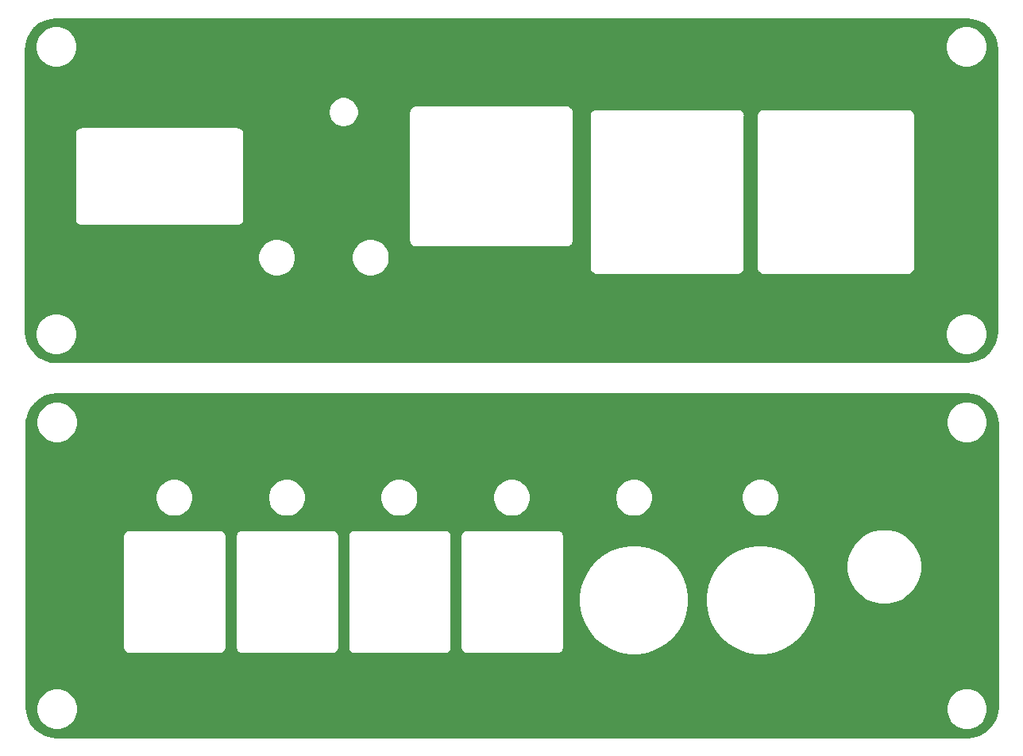
<source format=gtl>
%MOIN*%
%OFA0B0*%
%FSLAX46Y46*%
%IPPOS*%
%LPD*%
%ADD10C,0.01*%
%ADD21C,0.01*%
%LPD*%
G01*
D10*
G36*
X0004003331Y0001464294D02*
G01*
X0004027322Y0001457050D01*
X0004049448Y0001445285D01*
X0004068869Y0001429447D01*
X0004084842Y0001410137D01*
X0004096762Y0001388093D01*
X0004104172Y0001364154D01*
X0004106934Y0001337881D01*
X0004106934Y0000158647D01*
X0004104350Y0000132292D01*
X0004097106Y0000108301D01*
X0004085341Y0000086174D01*
X0004069503Y0000066754D01*
X0004050193Y0000050780D01*
X0004028149Y0000038861D01*
X0004004210Y0000031450D01*
X0003977936Y0000028689D01*
X0000160908Y0000028689D01*
X0000134552Y0000031273D01*
X0000110562Y0000038516D01*
X0000088435Y0000050281D01*
X0000069015Y0000066120D01*
X0000053041Y0000085429D01*
X0000041121Y0000107474D01*
X0000033711Y0000131413D01*
X0000031328Y0000154088D01*
X0000071501Y0000154088D01*
X0000071501Y0000136755D01*
X0000074882Y0000119755D01*
X0000081515Y0000103741D01*
X0000091145Y0000089329D01*
X0000103401Y0000077073D01*
X0000117813Y0000067444D01*
X0000133826Y0000060811D01*
X0000150826Y0000057429D01*
X0000168159Y0000057429D01*
X0000185159Y0000060811D01*
X0000201173Y0000067444D01*
X0000215584Y0000077073D01*
X0000227841Y0000089329D01*
X0000237470Y0000103741D01*
X0000244103Y0000119755D01*
X0000247485Y0000136755D01*
X0000247485Y0000154088D01*
X0003890398Y0000154088D01*
X0003890398Y0000136755D01*
X0003893780Y0000119755D01*
X0003900413Y0000103741D01*
X0003910042Y0000089329D01*
X0003922299Y0000077073D01*
X0003936710Y0000067444D01*
X0003952724Y0000060811D01*
X0003969724Y0000057429D01*
X0003987057Y0000057429D01*
X0004004057Y0000060811D01*
X0004020070Y0000067444D01*
X0004034482Y0000077073D01*
X0004046738Y0000089329D01*
X0004056368Y0000103741D01*
X0004063001Y0000119755D01*
X0004066382Y0000136755D01*
X0004066382Y0000154088D01*
X0004063001Y0000171087D01*
X0004056368Y0000187101D01*
X0004046738Y0000201513D01*
X0004034482Y0000213769D01*
X0004020070Y0000223399D01*
X0004004057Y0000230032D01*
X0003987057Y0000233413D01*
X0003969724Y0000233413D01*
X0003952724Y0000230032D01*
X0003936710Y0000223399D01*
X0003922299Y0000213769D01*
X0003910042Y0000201513D01*
X0003900413Y0000187101D01*
X0003893780Y0000171087D01*
X0003890398Y0000154088D01*
X0000247485Y0000154088D01*
X0000244103Y0000171087D01*
X0000237470Y0000187101D01*
X0000227841Y0000201513D01*
X0000215584Y0000213769D01*
X0000201173Y0000223399D01*
X0000185159Y0000230032D01*
X0000168159Y0000233413D01*
X0000150826Y0000233413D01*
X0000133826Y0000230032D01*
X0000117813Y0000223399D01*
X0000103401Y0000213769D01*
X0000091145Y0000201513D01*
X0000081515Y0000187101D01*
X0000074882Y0000171087D01*
X0000071501Y0000154088D01*
X0000031328Y0000154088D01*
X0000030950Y0000157686D01*
X0000030949Y0000870078D01*
X0000435489Y0000870078D01*
X0000435629Y0000868656D01*
X0000435629Y0000406933D01*
X0000435489Y0000405511D01*
X0000436048Y0000399839D01*
X0000437703Y0000394384D01*
X0000440390Y0000389357D01*
X0000444006Y0000384951D01*
X0000448412Y0000381335D01*
X0000453439Y0000378648D01*
X0000458894Y0000376993D01*
X0000464566Y0000376434D01*
X0000465988Y0000376574D01*
X0000841098Y0000376574D01*
X0000842519Y0000376434D01*
X0000843941Y0000376574D01*
X0000848192Y0000376993D01*
X0000853646Y0000378648D01*
X0000858674Y0000381335D01*
X0000863080Y0000384951D01*
X0000866696Y0000389357D01*
X0000869383Y0000394384D01*
X0000871037Y0000399839D01*
X0000871596Y0000405511D01*
X0000871456Y0000406933D01*
X0000871456Y0000868657D01*
X0000871596Y0000870078D01*
X0000907930Y0000870078D01*
X0000908070Y0000868656D01*
X0000908070Y0000406933D01*
X0000907930Y0000405511D01*
X0000908489Y0000399839D01*
X0000910144Y0000394384D01*
X0000912831Y0000389357D01*
X0000916447Y0000384951D01*
X0000920853Y0000381335D01*
X0000925880Y0000378648D01*
X0000931335Y0000376993D01*
X0000937007Y0000376434D01*
X0000938429Y0000376574D01*
X0001313539Y0000376574D01*
X0001314960Y0000376434D01*
X0001316382Y0000376574D01*
X0001320633Y0000376993D01*
X0001326087Y0000378648D01*
X0001331114Y0000381335D01*
X0001335521Y0000384951D01*
X0001339137Y0000389357D01*
X0001341824Y0000394384D01*
X0001343478Y0000399839D01*
X0001344037Y0000405511D01*
X0001343897Y0000406933D01*
X0001343897Y0000868657D01*
X0001344037Y0000870078D01*
X0001380371Y0000870078D01*
X0001380511Y0000868656D01*
X0001380511Y0000406933D01*
X0001380371Y0000405511D01*
X0001380930Y0000399839D01*
X0001382585Y0000394384D01*
X0001385272Y0000389357D01*
X0001388888Y0000384951D01*
X0001393294Y0000381335D01*
X0001398321Y0000378648D01*
X0001403776Y0000376993D01*
X0001409448Y0000376434D01*
X0001410870Y0000376574D01*
X0001785980Y0000376574D01*
X0001787401Y0000376434D01*
X0001788823Y0000376574D01*
X0001793074Y0000376993D01*
X0001798528Y0000378648D01*
X0001803555Y0000381335D01*
X0001807962Y0000384951D01*
X0001811578Y0000389357D01*
X0001814265Y0000394384D01*
X0001815919Y0000399839D01*
X0001816478Y0000405511D01*
X0001816338Y0000406933D01*
X0001816338Y0000868657D01*
X0001816478Y0000870078D01*
X0001852812Y0000870078D01*
X0001852952Y0000868656D01*
X0001852952Y0000406933D01*
X0001852812Y0000405511D01*
X0001853371Y0000399839D01*
X0001855026Y0000394384D01*
X0001857713Y0000389357D01*
X0001861329Y0000384951D01*
X0001865735Y0000381335D01*
X0001870762Y0000378648D01*
X0001876217Y0000376993D01*
X0001881889Y0000376434D01*
X0001883311Y0000376574D01*
X0002258421Y0000376574D01*
X0002259842Y0000376434D01*
X0002261263Y0000376574D01*
X0002265515Y0000376993D01*
X0002270969Y0000378648D01*
X0002275996Y0000381335D01*
X0002280403Y0000384951D01*
X0002284019Y0000389357D01*
X0002286706Y0000394384D01*
X0002288360Y0000399839D01*
X0002288919Y0000405511D01*
X0002288779Y0000406933D01*
X0002288779Y0000624345D01*
X0002349157Y0000624345D01*
X0002349157Y0000583821D01*
X0002356194Y0000543912D01*
X0002370054Y0000505832D01*
X0002390316Y0000470737D01*
X0002416364Y0000439694D01*
X0002447407Y0000413646D01*
X0002482502Y0000393384D01*
X0002520582Y0000379524D01*
X0002560491Y0000372487D01*
X0002601015Y0000372487D01*
X0002640923Y0000379524D01*
X0002679003Y0000393384D01*
X0002714098Y0000413646D01*
X0002745141Y0000439694D01*
X0002771189Y0000470737D01*
X0002791451Y0000505832D01*
X0002805311Y0000543912D01*
X0002812348Y0000583821D01*
X0002812348Y0000624345D01*
X0002880653Y0000624345D01*
X0002880653Y0000583821D01*
X0002887690Y0000543912D01*
X0002901550Y0000505832D01*
X0002921812Y0000470737D01*
X0002947860Y0000439694D01*
X0002978903Y0000413646D01*
X0003013998Y0000393384D01*
X0003052078Y0000379524D01*
X0003091987Y0000372487D01*
X0003132511Y0000372487D01*
X0003172419Y0000379524D01*
X0003210499Y0000393384D01*
X0003245594Y0000413646D01*
X0003276637Y0000439694D01*
X0003302685Y0000470737D01*
X0003322947Y0000505832D01*
X0003336807Y0000543912D01*
X0003343844Y0000583821D01*
X0003343844Y0000624345D01*
X0003336807Y0000664253D01*
X0003322947Y0000702333D01*
X0003302685Y0000737428D01*
X0003284213Y0000759442D01*
X0003473087Y0000759442D01*
X0003473087Y0000728146D01*
X0003479193Y0000697451D01*
X0003491169Y0000668537D01*
X0003508557Y0000642516D01*
X0003530686Y0000620386D01*
X0003556708Y0000602999D01*
X0003585622Y0000591022D01*
X0003616316Y0000584917D01*
X0003647612Y0000584917D01*
X0003678307Y0000591022D01*
X0003707221Y0000602999D01*
X0003733242Y0000620386D01*
X0003755372Y0000642516D01*
X0003772759Y0000668537D01*
X0003784736Y0000697451D01*
X0003790841Y0000728146D01*
X0003790841Y0000759442D01*
X0003784736Y0000790136D01*
X0003772759Y0000819050D01*
X0003755372Y0000845072D01*
X0003733242Y0000867202D01*
X0003707221Y0000884589D01*
X0003678307Y0000896565D01*
X0003647612Y0000902671D01*
X0003616316Y0000902671D01*
X0003585622Y0000896565D01*
X0003556708Y0000884589D01*
X0003530686Y0000867202D01*
X0003508557Y0000845072D01*
X0003491169Y0000819050D01*
X0003479193Y0000790136D01*
X0003473087Y0000759442D01*
X0003284213Y0000759442D01*
X0003276637Y0000768471D01*
X0003245594Y0000794519D01*
X0003210499Y0000814781D01*
X0003172419Y0000828641D01*
X0003132511Y0000835678D01*
X0003091987Y0000835678D01*
X0003052078Y0000828641D01*
X0003013998Y0000814781D01*
X0002978903Y0000794519D01*
X0002947860Y0000768471D01*
X0002921812Y0000737428D01*
X0002901550Y0000702333D01*
X0002887690Y0000664253D01*
X0002880653Y0000624345D01*
X0002812348Y0000624345D01*
X0002805311Y0000664253D01*
X0002791451Y0000702333D01*
X0002771189Y0000737428D01*
X0002745141Y0000768471D01*
X0002714098Y0000794519D01*
X0002679003Y0000814781D01*
X0002640923Y0000828641D01*
X0002601015Y0000835678D01*
X0002560491Y0000835678D01*
X0002520582Y0000828641D01*
X0002482502Y0000814781D01*
X0002447407Y0000794519D01*
X0002416364Y0000768471D01*
X0002390316Y0000737428D01*
X0002370054Y0000702333D01*
X0002356194Y0000664253D01*
X0002349157Y0000624345D01*
X0002288779Y0000624345D01*
X0002288779Y0000868657D01*
X0002288919Y0000870078D01*
X0002288360Y0000875751D01*
X0002286706Y0000881206D01*
X0002284019Y0000886233D01*
X0002280403Y0000890639D01*
X0002275996Y0000894255D01*
X0002270969Y0000896942D01*
X0002265515Y0000898597D01*
X0002261263Y0000899015D01*
X0002259842Y0000899155D01*
X0002258421Y0000899015D01*
X0001883311Y0000899015D01*
X0001881889Y0000899155D01*
X0001880468Y0000899015D01*
X0001876217Y0000898597D01*
X0001870762Y0000896942D01*
X0001865735Y0000894255D01*
X0001861329Y0000890639D01*
X0001857713Y0000886233D01*
X0001855026Y0000881206D01*
X0001853371Y0000875751D01*
X0001852812Y0000870078D01*
X0001816478Y0000870078D01*
X0001815919Y0000875751D01*
X0001814265Y0000881206D01*
X0001811578Y0000886233D01*
X0001807962Y0000890639D01*
X0001803555Y0000894255D01*
X0001798528Y0000896942D01*
X0001793074Y0000898597D01*
X0001788823Y0000899015D01*
X0001787401Y0000899155D01*
X0001785980Y0000899015D01*
X0001410870Y0000899015D01*
X0001409448Y0000899155D01*
X0001408027Y0000899015D01*
X0001403776Y0000898597D01*
X0001398321Y0000896942D01*
X0001393294Y0000894255D01*
X0001388888Y0000890639D01*
X0001385272Y0000886233D01*
X0001382585Y0000881206D01*
X0001380930Y0000875751D01*
X0001380371Y0000870078D01*
X0001344037Y0000870078D01*
X0001343478Y0000875751D01*
X0001341824Y0000881206D01*
X0001339137Y0000886233D01*
X0001335521Y0000890639D01*
X0001331114Y0000894255D01*
X0001326087Y0000896942D01*
X0001320633Y0000898597D01*
X0001316382Y0000899015D01*
X0001314960Y0000899155D01*
X0001313539Y0000899015D01*
X0000938429Y0000899015D01*
X0000937007Y0000899155D01*
X0000935586Y0000899015D01*
X0000931335Y0000898597D01*
X0000925880Y0000896942D01*
X0000920853Y0000894255D01*
X0000916447Y0000890639D01*
X0000912831Y0000886233D01*
X0000910144Y0000881206D01*
X0000908489Y0000875751D01*
X0000907930Y0000870078D01*
X0000871596Y0000870078D01*
X0000871037Y0000875751D01*
X0000869383Y0000881206D01*
X0000866696Y0000886233D01*
X0000863080Y0000890639D01*
X0000858674Y0000894255D01*
X0000853646Y0000896942D01*
X0000848192Y0000898597D01*
X0000843941Y0000899015D01*
X0000842519Y0000899155D01*
X0000841098Y0000899015D01*
X0000465988Y0000899015D01*
X0000464566Y0000899155D01*
X0000463145Y0000899015D01*
X0000458894Y0000898597D01*
X0000453439Y0000896942D01*
X0000448412Y0000894255D01*
X0000444006Y0000890639D01*
X0000440390Y0000886233D01*
X0000437703Y0000881206D01*
X0000436048Y0000875751D01*
X0000435489Y0000870078D01*
X0000030949Y0000870078D01*
X0000030949Y0001041107D01*
X0000571501Y0001041107D01*
X0000571501Y0001025325D01*
X0000574580Y0001009847D01*
X0000580619Y0000995266D01*
X0000589387Y0000982144D01*
X0000600546Y0000970985D01*
X0000613669Y0000962217D01*
X0000628249Y0000956177D01*
X0000643728Y0000953098D01*
X0000659510Y0000953098D01*
X0000674988Y0000956177D01*
X0000689569Y0000962217D01*
X0000702691Y0000970985D01*
X0000713851Y0000982144D01*
X0000722618Y0000995266D01*
X0000728658Y0001009847D01*
X0000731737Y0001025325D01*
X0000731737Y0001041107D01*
X0001043942Y0001041107D01*
X0001043942Y0001025325D01*
X0001047020Y0001009847D01*
X0001053060Y0000995266D01*
X0001061828Y0000982144D01*
X0001072987Y0000970985D01*
X0001086110Y0000962217D01*
X0001100690Y0000956177D01*
X0001116169Y0000953098D01*
X0001131951Y0000953098D01*
X0001147429Y0000956177D01*
X0001162010Y0000962217D01*
X0001175132Y0000970985D01*
X0001186291Y0000982144D01*
X0001195059Y0000995266D01*
X0001201099Y0001009847D01*
X0001204178Y0001025325D01*
X0001204178Y0001041107D01*
X0001516383Y0001041107D01*
X0001516383Y0001025325D01*
X0001519461Y0001009847D01*
X0001525501Y0000995266D01*
X0001534269Y0000982144D01*
X0001545428Y0000970985D01*
X0001558550Y0000962217D01*
X0001573131Y0000956177D01*
X0001588610Y0000953098D01*
X0001604392Y0000953098D01*
X0001619870Y0000956177D01*
X0001634451Y0000962217D01*
X0001647573Y0000970985D01*
X0001658732Y0000982144D01*
X0001667500Y0000995266D01*
X0001673540Y0001009847D01*
X0001676619Y0001025325D01*
X0001676619Y0001041107D01*
X0001988823Y0001041107D01*
X0001988823Y0001025325D01*
X0001991902Y0001009847D01*
X0001997942Y0000995266D01*
X0002006710Y0000982144D01*
X0002017869Y0000970985D01*
X0002030991Y0000962217D01*
X0002045572Y0000956177D01*
X0002061051Y0000953098D01*
X0002076833Y0000953098D01*
X0002092311Y0000956177D01*
X0002106892Y0000962217D01*
X0002120014Y0000970985D01*
X0002131173Y0000982144D01*
X0002139941Y0000995266D01*
X0002145981Y0001009847D01*
X0002149060Y0001025325D01*
X0002149060Y0001041107D01*
X0002500634Y0001041107D01*
X0002500634Y0001025325D01*
X0002503713Y0001009847D01*
X0002509753Y0000995266D01*
X0002518521Y0000982144D01*
X0002529680Y0000970985D01*
X0002542802Y0000962217D01*
X0002557383Y0000956177D01*
X0002572862Y0000953098D01*
X0002588644Y0000953098D01*
X0002604122Y0000956177D01*
X0002618703Y0000962217D01*
X0002631825Y0000970985D01*
X0002642984Y0000982144D01*
X0002651752Y0000995266D01*
X0002657792Y0001009847D01*
X0002660871Y0001025325D01*
X0002660871Y0001041107D01*
X0003032131Y0001041107D01*
X0003032131Y0001025325D01*
X0003035209Y0001009847D01*
X0003041249Y0000995266D01*
X0003050017Y0000982144D01*
X0003061176Y0000970985D01*
X0003074298Y0000962217D01*
X0003088879Y0000956177D01*
X0003104358Y0000953098D01*
X0003120140Y0000953098D01*
X0003135618Y0000956177D01*
X0003150199Y0000962217D01*
X0003163321Y0000970985D01*
X0003174480Y0000982144D01*
X0003183248Y0000995266D01*
X0003189288Y0001009847D01*
X0003192367Y0001025325D01*
X0003192367Y0001041107D01*
X0003189288Y0001056586D01*
X0003183248Y0001071167D01*
X0003174480Y0001084289D01*
X0003163321Y0001095448D01*
X0003150199Y0001104216D01*
X0003135618Y0001110256D01*
X0003120140Y0001113335D01*
X0003104358Y0001113335D01*
X0003088879Y0001110256D01*
X0003074298Y0001104216D01*
X0003061176Y0001095448D01*
X0003050017Y0001084289D01*
X0003041249Y0001071167D01*
X0003035209Y0001056586D01*
X0003032131Y0001041107D01*
X0002660871Y0001041107D01*
X0002657792Y0001056586D01*
X0002651752Y0001071167D01*
X0002642984Y0001084289D01*
X0002631825Y0001095448D01*
X0002618703Y0001104216D01*
X0002604122Y0001110256D01*
X0002588644Y0001113335D01*
X0002572862Y0001113335D01*
X0002557383Y0001110256D01*
X0002542802Y0001104216D01*
X0002529680Y0001095448D01*
X0002518521Y0001084289D01*
X0002509753Y0001071167D01*
X0002503713Y0001056586D01*
X0002500634Y0001041107D01*
X0002149060Y0001041107D01*
X0002145981Y0001056586D01*
X0002139941Y0001071167D01*
X0002131173Y0001084289D01*
X0002120014Y0001095448D01*
X0002106892Y0001104216D01*
X0002092311Y0001110256D01*
X0002076833Y0001113335D01*
X0002061051Y0001113335D01*
X0002045572Y0001110256D01*
X0002030991Y0001104216D01*
X0002017869Y0001095448D01*
X0002006710Y0001084289D01*
X0001997942Y0001071167D01*
X0001991902Y0001056586D01*
X0001988823Y0001041107D01*
X0001676619Y0001041107D01*
X0001673540Y0001056586D01*
X0001667500Y0001071167D01*
X0001658732Y0001084289D01*
X0001647573Y0001095448D01*
X0001634451Y0001104216D01*
X0001619870Y0001110256D01*
X0001604392Y0001113335D01*
X0001588610Y0001113335D01*
X0001573131Y0001110256D01*
X0001558550Y0001104216D01*
X0001545428Y0001095448D01*
X0001534269Y0001084289D01*
X0001525501Y0001071167D01*
X0001519461Y0001056586D01*
X0001516383Y0001041107D01*
X0001204178Y0001041107D01*
X0001201099Y0001056586D01*
X0001195059Y0001071167D01*
X0001186291Y0001084289D01*
X0001175132Y0001095448D01*
X0001162010Y0001104216D01*
X0001147429Y0001110256D01*
X0001131951Y0001113335D01*
X0001116169Y0001113335D01*
X0001100690Y0001110256D01*
X0001086110Y0001104216D01*
X0001072987Y0001095448D01*
X0001061828Y0001084289D01*
X0001053060Y0001071167D01*
X0001047020Y0001056586D01*
X0001043942Y0001041107D01*
X0000731737Y0001041107D01*
X0000728658Y0001056586D01*
X0000722618Y0001071167D01*
X0000713851Y0001084289D01*
X0000702691Y0001095448D01*
X0000689569Y0001104216D01*
X0000674988Y0001110256D01*
X0000659510Y0001113335D01*
X0000643728Y0001113335D01*
X0000628249Y0001110256D01*
X0000613669Y0001104216D01*
X0000600546Y0001095448D01*
X0000589387Y0001084289D01*
X0000580619Y0001071167D01*
X0000574580Y0001056586D01*
X0000571501Y0001041107D01*
X0000030949Y0001041107D01*
X0000030949Y0001336919D01*
X0000033096Y0001358812D01*
X0000071501Y0001358812D01*
X0000071501Y0001341479D01*
X0000074882Y0001324479D01*
X0000081515Y0001308466D01*
X0000091145Y0001294054D01*
X0000103401Y0001281798D01*
X0000117813Y0001272168D01*
X0000133826Y0001265535D01*
X0000150826Y0001262153D01*
X0000168159Y0001262153D01*
X0000185159Y0001265535D01*
X0000201173Y0001272168D01*
X0000215584Y0001281798D01*
X0000227841Y0001294054D01*
X0000237470Y0001308466D01*
X0000244103Y0001324479D01*
X0000247485Y0001341479D01*
X0000247485Y0001358812D01*
X0003890398Y0001358812D01*
X0003890398Y0001341479D01*
X0003893780Y0001324479D01*
X0003900413Y0001308466D01*
X0003910042Y0001294054D01*
X0003922299Y0001281798D01*
X0003936710Y0001272168D01*
X0003952724Y0001265535D01*
X0003969724Y0001262153D01*
X0003987057Y0001262153D01*
X0004004057Y0001265535D01*
X0004020070Y0001272168D01*
X0004034482Y0001281798D01*
X0004046738Y0001294054D01*
X0004056368Y0001308466D01*
X0004063001Y0001324479D01*
X0004066382Y0001341479D01*
X0004066382Y0001358812D01*
X0004063001Y0001375812D01*
X0004056368Y0001391825D01*
X0004046738Y0001406237D01*
X0004034482Y0001418493D01*
X0004020070Y0001428123D01*
X0004004057Y0001434756D01*
X0003987057Y0001438138D01*
X0003969724Y0001438138D01*
X0003952724Y0001434756D01*
X0003936710Y0001428123D01*
X0003922299Y0001418493D01*
X0003910042Y0001406237D01*
X0003900413Y0001391825D01*
X0003893780Y0001375812D01*
X0003890398Y0001358812D01*
X0000247485Y0001358812D01*
X0000244103Y0001375812D01*
X0000237470Y0001391825D01*
X0000227841Y0001406237D01*
X0000215584Y0001418493D01*
X0000201173Y0001428123D01*
X0000185159Y0001434756D01*
X0000168159Y0001438138D01*
X0000150826Y0001438138D01*
X0000133826Y0001434756D01*
X0000117813Y0001428123D01*
X0000103401Y0001418493D01*
X0000091145Y0001406237D01*
X0000081515Y0001391825D01*
X0000074882Y0001375812D01*
X0000071501Y0001358812D01*
X0000033096Y0001358812D01*
X0000033534Y0001363275D01*
X0000040777Y0001387266D01*
X0000052542Y0001409393D01*
X0000068381Y0001428813D01*
X0000087690Y0001444787D01*
X0000109734Y0001456706D01*
X0000133673Y0001464116D01*
X0000159946Y0001466878D01*
X0003976975Y0001466878D01*
X0004003331Y0001464294D01*
G37*
X0004003331Y0001464294D02*
X0004027322Y0001457050D01*
X0004049448Y0001445285D01*
X0004068869Y0001429447D01*
X0004084842Y0001410137D01*
X0004096762Y0001388093D01*
X0004104172Y0001364154D01*
X0004106934Y0001337881D01*
X0004106934Y0000158647D01*
X0004104350Y0000132292D01*
X0004097106Y0000108301D01*
X0004085341Y0000086174D01*
X0004069503Y0000066754D01*
X0004050193Y0000050780D01*
X0004028149Y0000038861D01*
X0004004210Y0000031450D01*
X0003977936Y0000028689D01*
X0000160908Y0000028689D01*
X0000134552Y0000031273D01*
X0000110562Y0000038516D01*
X0000088435Y0000050281D01*
X0000069015Y0000066120D01*
X0000053041Y0000085429D01*
X0000041121Y0000107474D01*
X0000033711Y0000131413D01*
X0000031328Y0000154088D01*
X0000071501Y0000154088D01*
X0000071501Y0000136755D01*
X0000074882Y0000119755D01*
X0000081515Y0000103741D01*
X0000091145Y0000089329D01*
X0000103401Y0000077073D01*
X0000117813Y0000067444D01*
X0000133826Y0000060811D01*
X0000150826Y0000057429D01*
X0000168159Y0000057429D01*
X0000185159Y0000060811D01*
X0000201173Y0000067444D01*
X0000215584Y0000077073D01*
X0000227841Y0000089329D01*
X0000237470Y0000103741D01*
X0000244103Y0000119755D01*
X0000247485Y0000136755D01*
X0000247485Y0000154088D01*
X0003890398Y0000154088D01*
X0003890398Y0000136755D01*
X0003893780Y0000119755D01*
X0003900413Y0000103741D01*
X0003910042Y0000089329D01*
X0003922299Y0000077073D01*
X0003936710Y0000067444D01*
X0003952724Y0000060811D01*
X0003969724Y0000057429D01*
X0003987057Y0000057429D01*
X0004004057Y0000060811D01*
X0004020070Y0000067444D01*
X0004034482Y0000077073D01*
X0004046738Y0000089329D01*
X0004056368Y0000103741D01*
X0004063001Y0000119755D01*
X0004066382Y0000136755D01*
X0004066382Y0000154088D01*
X0004063001Y0000171087D01*
X0004056368Y0000187101D01*
X0004046738Y0000201513D01*
X0004034482Y0000213769D01*
X0004020070Y0000223399D01*
X0004004057Y0000230032D01*
X0003987057Y0000233413D01*
X0003969724Y0000233413D01*
X0003952724Y0000230032D01*
X0003936710Y0000223399D01*
X0003922299Y0000213769D01*
X0003910042Y0000201513D01*
X0003900413Y0000187101D01*
X0003893780Y0000171087D01*
X0003890398Y0000154088D01*
X0000247485Y0000154088D01*
X0000244103Y0000171087D01*
X0000237470Y0000187101D01*
X0000227841Y0000201513D01*
X0000215584Y0000213769D01*
X0000201173Y0000223399D01*
X0000185159Y0000230032D01*
X0000168159Y0000233413D01*
X0000150826Y0000233413D01*
X0000133826Y0000230032D01*
X0000117813Y0000223399D01*
X0000103401Y0000213769D01*
X0000091145Y0000201513D01*
X0000081515Y0000187101D01*
X0000074882Y0000171087D01*
X0000071501Y0000154088D01*
X0000031328Y0000154088D01*
X0000030950Y0000157686D01*
X0000030949Y0000870078D01*
X0000435489Y0000870078D01*
X0000435629Y0000868656D01*
X0000435629Y0000406933D01*
X0000435489Y0000405511D01*
X0000436048Y0000399839D01*
X0000437703Y0000394384D01*
X0000440390Y0000389357D01*
X0000444006Y0000384951D01*
X0000448412Y0000381335D01*
X0000453439Y0000378648D01*
X0000458894Y0000376993D01*
X0000464566Y0000376434D01*
X0000465988Y0000376574D01*
X0000841098Y0000376574D01*
X0000842519Y0000376434D01*
X0000843941Y0000376574D01*
X0000848192Y0000376993D01*
X0000853646Y0000378648D01*
X0000858674Y0000381335D01*
X0000863080Y0000384951D01*
X0000866696Y0000389357D01*
X0000869383Y0000394384D01*
X0000871037Y0000399839D01*
X0000871596Y0000405511D01*
X0000871456Y0000406933D01*
X0000871456Y0000868657D01*
X0000871596Y0000870078D01*
X0000907930Y0000870078D01*
X0000908070Y0000868656D01*
X0000908070Y0000406933D01*
X0000907930Y0000405511D01*
X0000908489Y0000399839D01*
X0000910144Y0000394384D01*
X0000912831Y0000389357D01*
X0000916447Y0000384951D01*
X0000920853Y0000381335D01*
X0000925880Y0000378648D01*
X0000931335Y0000376993D01*
X0000937007Y0000376434D01*
X0000938429Y0000376574D01*
X0001313539Y0000376574D01*
X0001314960Y0000376434D01*
X0001316382Y0000376574D01*
X0001320633Y0000376993D01*
X0001326087Y0000378648D01*
X0001331114Y0000381335D01*
X0001335521Y0000384951D01*
X0001339137Y0000389357D01*
X0001341824Y0000394384D01*
X0001343478Y0000399839D01*
X0001344037Y0000405511D01*
X0001343897Y0000406933D01*
X0001343897Y0000868657D01*
X0001344037Y0000870078D01*
X0001380371Y0000870078D01*
X0001380511Y0000868656D01*
X0001380511Y0000406933D01*
X0001380371Y0000405511D01*
X0001380930Y0000399839D01*
X0001382585Y0000394384D01*
X0001385272Y0000389357D01*
X0001388888Y0000384951D01*
X0001393294Y0000381335D01*
X0001398321Y0000378648D01*
X0001403776Y0000376993D01*
X0001409448Y0000376434D01*
X0001410870Y0000376574D01*
X0001785980Y0000376574D01*
X0001787401Y0000376434D01*
X0001788823Y0000376574D01*
X0001793074Y0000376993D01*
X0001798528Y0000378648D01*
X0001803555Y0000381335D01*
X0001807962Y0000384951D01*
X0001811578Y0000389357D01*
X0001814265Y0000394384D01*
X0001815919Y0000399839D01*
X0001816478Y0000405511D01*
X0001816338Y0000406933D01*
X0001816338Y0000868657D01*
X0001816478Y0000870078D01*
X0001852812Y0000870078D01*
X0001852952Y0000868656D01*
X0001852952Y0000406933D01*
X0001852812Y0000405511D01*
X0001853371Y0000399839D01*
X0001855026Y0000394384D01*
X0001857713Y0000389357D01*
X0001861329Y0000384951D01*
X0001865735Y0000381335D01*
X0001870762Y0000378648D01*
X0001876217Y0000376993D01*
X0001881889Y0000376434D01*
X0001883311Y0000376574D01*
X0002258421Y0000376574D01*
X0002259842Y0000376434D01*
X0002261263Y0000376574D01*
X0002265515Y0000376993D01*
X0002270969Y0000378648D01*
X0002275996Y0000381335D01*
X0002280403Y0000384951D01*
X0002284019Y0000389357D01*
X0002286706Y0000394384D01*
X0002288360Y0000399839D01*
X0002288919Y0000405511D01*
X0002288779Y0000406933D01*
X0002288779Y0000624345D01*
X0002349157Y0000624345D01*
X0002349157Y0000583821D01*
X0002356194Y0000543912D01*
X0002370054Y0000505832D01*
X0002390316Y0000470737D01*
X0002416364Y0000439694D01*
X0002447407Y0000413646D01*
X0002482502Y0000393384D01*
X0002520582Y0000379524D01*
X0002560491Y0000372487D01*
X0002601015Y0000372487D01*
X0002640923Y0000379524D01*
X0002679003Y0000393384D01*
X0002714098Y0000413646D01*
X0002745141Y0000439694D01*
X0002771189Y0000470737D01*
X0002791451Y0000505832D01*
X0002805311Y0000543912D01*
X0002812348Y0000583821D01*
X0002812348Y0000624345D01*
X0002880653Y0000624345D01*
X0002880653Y0000583821D01*
X0002887690Y0000543912D01*
X0002901550Y0000505832D01*
X0002921812Y0000470737D01*
X0002947860Y0000439694D01*
X0002978903Y0000413646D01*
X0003013998Y0000393384D01*
X0003052078Y0000379524D01*
X0003091987Y0000372487D01*
X0003132511Y0000372487D01*
X0003172419Y0000379524D01*
X0003210499Y0000393384D01*
X0003245594Y0000413646D01*
X0003276637Y0000439694D01*
X0003302685Y0000470737D01*
X0003322947Y0000505832D01*
X0003336807Y0000543912D01*
X0003343844Y0000583821D01*
X0003343844Y0000624345D01*
X0003336807Y0000664253D01*
X0003322947Y0000702333D01*
X0003302685Y0000737428D01*
X0003284213Y0000759442D01*
X0003473087Y0000759442D01*
X0003473087Y0000728146D01*
X0003479193Y0000697451D01*
X0003491169Y0000668537D01*
X0003508557Y0000642516D01*
X0003530686Y0000620386D01*
X0003556708Y0000602999D01*
X0003585622Y0000591022D01*
X0003616316Y0000584917D01*
X0003647612Y0000584917D01*
X0003678307Y0000591022D01*
X0003707221Y0000602999D01*
X0003733242Y0000620386D01*
X0003755372Y0000642516D01*
X0003772759Y0000668537D01*
X0003784736Y0000697451D01*
X0003790841Y0000728146D01*
X0003790841Y0000759442D01*
X0003784736Y0000790136D01*
X0003772759Y0000819050D01*
X0003755372Y0000845072D01*
X0003733242Y0000867202D01*
X0003707221Y0000884589D01*
X0003678307Y0000896565D01*
X0003647612Y0000902671D01*
X0003616316Y0000902671D01*
X0003585622Y0000896565D01*
X0003556708Y0000884589D01*
X0003530686Y0000867202D01*
X0003508557Y0000845072D01*
X0003491169Y0000819050D01*
X0003479193Y0000790136D01*
X0003473087Y0000759442D01*
X0003284213Y0000759442D01*
X0003276637Y0000768471D01*
X0003245594Y0000794519D01*
X0003210499Y0000814781D01*
X0003172419Y0000828641D01*
X0003132511Y0000835678D01*
X0003091987Y0000835678D01*
X0003052078Y0000828641D01*
X0003013998Y0000814781D01*
X0002978903Y0000794519D01*
X0002947860Y0000768471D01*
X0002921812Y0000737428D01*
X0002901550Y0000702333D01*
X0002887690Y0000664253D01*
X0002880653Y0000624345D01*
X0002812348Y0000624345D01*
X0002805311Y0000664253D01*
X0002791451Y0000702333D01*
X0002771189Y0000737428D01*
X0002745141Y0000768471D01*
X0002714098Y0000794519D01*
X0002679003Y0000814781D01*
X0002640923Y0000828641D01*
X0002601015Y0000835678D01*
X0002560491Y0000835678D01*
X0002520582Y0000828641D01*
X0002482502Y0000814781D01*
X0002447407Y0000794519D01*
X0002416364Y0000768471D01*
X0002390316Y0000737428D01*
X0002370054Y0000702333D01*
X0002356194Y0000664253D01*
X0002349157Y0000624345D01*
X0002288779Y0000624345D01*
X0002288779Y0000868657D01*
X0002288919Y0000870078D01*
X0002288360Y0000875751D01*
X0002286706Y0000881206D01*
X0002284019Y0000886233D01*
X0002280403Y0000890639D01*
X0002275996Y0000894255D01*
X0002270969Y0000896942D01*
X0002265515Y0000898597D01*
X0002261263Y0000899015D01*
X0002259842Y0000899155D01*
X0002258421Y0000899015D01*
X0001883311Y0000899015D01*
X0001881889Y0000899155D01*
X0001880468Y0000899015D01*
X0001876217Y0000898597D01*
X0001870762Y0000896942D01*
X0001865735Y0000894255D01*
X0001861329Y0000890639D01*
X0001857713Y0000886233D01*
X0001855026Y0000881206D01*
X0001853371Y0000875751D01*
X0001852812Y0000870078D01*
X0001816478Y0000870078D01*
X0001815919Y0000875751D01*
X0001814265Y0000881206D01*
X0001811578Y0000886233D01*
X0001807962Y0000890639D01*
X0001803555Y0000894255D01*
X0001798528Y0000896942D01*
X0001793074Y0000898597D01*
X0001788823Y0000899015D01*
X0001787401Y0000899155D01*
X0001785980Y0000899015D01*
X0001410870Y0000899015D01*
X0001409448Y0000899155D01*
X0001408027Y0000899015D01*
X0001403776Y0000898597D01*
X0001398321Y0000896942D01*
X0001393294Y0000894255D01*
X0001388888Y0000890639D01*
X0001385272Y0000886233D01*
X0001382585Y0000881206D01*
X0001380930Y0000875751D01*
X0001380371Y0000870078D01*
X0001344037Y0000870078D01*
X0001343478Y0000875751D01*
X0001341824Y0000881206D01*
X0001339137Y0000886233D01*
X0001335521Y0000890639D01*
X0001331114Y0000894255D01*
X0001326087Y0000896942D01*
X0001320633Y0000898597D01*
X0001316382Y0000899015D01*
X0001314960Y0000899155D01*
X0001313539Y0000899015D01*
X0000938429Y0000899015D01*
X0000937007Y0000899155D01*
X0000935586Y0000899015D01*
X0000931335Y0000898597D01*
X0000925880Y0000896942D01*
X0000920853Y0000894255D01*
X0000916447Y0000890639D01*
X0000912831Y0000886233D01*
X0000910144Y0000881206D01*
X0000908489Y0000875751D01*
X0000907930Y0000870078D01*
X0000871596Y0000870078D01*
X0000871037Y0000875751D01*
X0000869383Y0000881206D01*
X0000866696Y0000886233D01*
X0000863080Y0000890639D01*
X0000858674Y0000894255D01*
X0000853646Y0000896942D01*
X0000848192Y0000898597D01*
X0000843941Y0000899015D01*
X0000842519Y0000899155D01*
X0000841098Y0000899015D01*
X0000465988Y0000899015D01*
X0000464566Y0000899155D01*
X0000463145Y0000899015D01*
X0000458894Y0000898597D01*
X0000453439Y0000896942D01*
X0000448412Y0000894255D01*
X0000444006Y0000890639D01*
X0000440390Y0000886233D01*
X0000437703Y0000881206D01*
X0000436048Y0000875751D01*
X0000435489Y0000870078D01*
X0000030949Y0000870078D01*
X0000030949Y0001041107D01*
X0000571501Y0001041107D01*
X0000571501Y0001025325D01*
X0000574580Y0001009847D01*
X0000580619Y0000995266D01*
X0000589387Y0000982144D01*
X0000600546Y0000970985D01*
X0000613669Y0000962217D01*
X0000628249Y0000956177D01*
X0000643728Y0000953098D01*
X0000659510Y0000953098D01*
X0000674988Y0000956177D01*
X0000689569Y0000962217D01*
X0000702691Y0000970985D01*
X0000713851Y0000982144D01*
X0000722618Y0000995266D01*
X0000728658Y0001009847D01*
X0000731737Y0001025325D01*
X0000731737Y0001041107D01*
X0001043942Y0001041107D01*
X0001043942Y0001025325D01*
X0001047020Y0001009847D01*
X0001053060Y0000995266D01*
X0001061828Y0000982144D01*
X0001072987Y0000970985D01*
X0001086110Y0000962217D01*
X0001100690Y0000956177D01*
X0001116169Y0000953098D01*
X0001131951Y0000953098D01*
X0001147429Y0000956177D01*
X0001162010Y0000962217D01*
X0001175132Y0000970985D01*
X0001186291Y0000982144D01*
X0001195059Y0000995266D01*
X0001201099Y0001009847D01*
X0001204178Y0001025325D01*
X0001204178Y0001041107D01*
X0001516383Y0001041107D01*
X0001516383Y0001025325D01*
X0001519461Y0001009847D01*
X0001525501Y0000995266D01*
X0001534269Y0000982144D01*
X0001545428Y0000970985D01*
X0001558550Y0000962217D01*
X0001573131Y0000956177D01*
X0001588610Y0000953098D01*
X0001604392Y0000953098D01*
X0001619870Y0000956177D01*
X0001634451Y0000962217D01*
X0001647573Y0000970985D01*
X0001658732Y0000982144D01*
X0001667500Y0000995266D01*
X0001673540Y0001009847D01*
X0001676619Y0001025325D01*
X0001676619Y0001041107D01*
X0001988823Y0001041107D01*
X0001988823Y0001025325D01*
X0001991902Y0001009847D01*
X0001997942Y0000995266D01*
X0002006710Y0000982144D01*
X0002017869Y0000970985D01*
X0002030991Y0000962217D01*
X0002045572Y0000956177D01*
X0002061051Y0000953098D01*
X0002076833Y0000953098D01*
X0002092311Y0000956177D01*
X0002106892Y0000962217D01*
X0002120014Y0000970985D01*
X0002131173Y0000982144D01*
X0002139941Y0000995266D01*
X0002145981Y0001009847D01*
X0002149060Y0001025325D01*
X0002149060Y0001041107D01*
X0002500634Y0001041107D01*
X0002500634Y0001025325D01*
X0002503713Y0001009847D01*
X0002509753Y0000995266D01*
X0002518521Y0000982144D01*
X0002529680Y0000970985D01*
X0002542802Y0000962217D01*
X0002557383Y0000956177D01*
X0002572862Y0000953098D01*
X0002588644Y0000953098D01*
X0002604122Y0000956177D01*
X0002618703Y0000962217D01*
X0002631825Y0000970985D01*
X0002642984Y0000982144D01*
X0002651752Y0000995266D01*
X0002657792Y0001009847D01*
X0002660871Y0001025325D01*
X0002660871Y0001041107D01*
X0003032131Y0001041107D01*
X0003032131Y0001025325D01*
X0003035209Y0001009847D01*
X0003041249Y0000995266D01*
X0003050017Y0000982144D01*
X0003061176Y0000970985D01*
X0003074298Y0000962217D01*
X0003088879Y0000956177D01*
X0003104358Y0000953098D01*
X0003120140Y0000953098D01*
X0003135618Y0000956177D01*
X0003150199Y0000962217D01*
X0003163321Y0000970985D01*
X0003174480Y0000982144D01*
X0003183248Y0000995266D01*
X0003189288Y0001009847D01*
X0003192367Y0001025325D01*
X0003192367Y0001041107D01*
X0003189288Y0001056586D01*
X0003183248Y0001071167D01*
X0003174480Y0001084289D01*
X0003163321Y0001095448D01*
X0003150199Y0001104216D01*
X0003135618Y0001110256D01*
X0003120140Y0001113335D01*
X0003104358Y0001113335D01*
X0003088879Y0001110256D01*
X0003074298Y0001104216D01*
X0003061176Y0001095448D01*
X0003050017Y0001084289D01*
X0003041249Y0001071167D01*
X0003035209Y0001056586D01*
X0003032131Y0001041107D01*
X0002660871Y0001041107D01*
X0002657792Y0001056586D01*
X0002651752Y0001071167D01*
X0002642984Y0001084289D01*
X0002631825Y0001095448D01*
X0002618703Y0001104216D01*
X0002604122Y0001110256D01*
X0002588644Y0001113335D01*
X0002572862Y0001113335D01*
X0002557383Y0001110256D01*
X0002542802Y0001104216D01*
X0002529680Y0001095448D01*
X0002518521Y0001084289D01*
X0002509753Y0001071167D01*
X0002503713Y0001056586D01*
X0002500634Y0001041107D01*
X0002149060Y0001041107D01*
X0002145981Y0001056586D01*
X0002139941Y0001071167D01*
X0002131173Y0001084289D01*
X0002120014Y0001095448D01*
X0002106892Y0001104216D01*
X0002092311Y0001110256D01*
X0002076833Y0001113335D01*
X0002061051Y0001113335D01*
X0002045572Y0001110256D01*
X0002030991Y0001104216D01*
X0002017869Y0001095448D01*
X0002006710Y0001084289D01*
X0001997942Y0001071167D01*
X0001991902Y0001056586D01*
X0001988823Y0001041107D01*
X0001676619Y0001041107D01*
X0001673540Y0001056586D01*
X0001667500Y0001071167D01*
X0001658732Y0001084289D01*
X0001647573Y0001095448D01*
X0001634451Y0001104216D01*
X0001619870Y0001110256D01*
X0001604392Y0001113335D01*
X0001588610Y0001113335D01*
X0001573131Y0001110256D01*
X0001558550Y0001104216D01*
X0001545428Y0001095448D01*
X0001534269Y0001084289D01*
X0001525501Y0001071167D01*
X0001519461Y0001056586D01*
X0001516383Y0001041107D01*
X0001204178Y0001041107D01*
X0001201099Y0001056586D01*
X0001195059Y0001071167D01*
X0001186291Y0001084289D01*
X0001175132Y0001095448D01*
X0001162010Y0001104216D01*
X0001147429Y0001110256D01*
X0001131951Y0001113335D01*
X0001116169Y0001113335D01*
X0001100690Y0001110256D01*
X0001086110Y0001104216D01*
X0001072987Y0001095448D01*
X0001061828Y0001084289D01*
X0001053060Y0001071167D01*
X0001047020Y0001056586D01*
X0001043942Y0001041107D01*
X0000731737Y0001041107D01*
X0000728658Y0001056586D01*
X0000722618Y0001071167D01*
X0000713851Y0001084289D01*
X0000702691Y0001095448D01*
X0000689569Y0001104216D01*
X0000674988Y0001110256D01*
X0000659510Y0001113335D01*
X0000643728Y0001113335D01*
X0000628249Y0001110256D01*
X0000613669Y0001104216D01*
X0000600546Y0001095448D01*
X0000589387Y0001084289D01*
X0000580619Y0001071167D01*
X0000574580Y0001056586D01*
X0000571501Y0001041107D01*
X0000030949Y0001041107D01*
X0000030949Y0001336919D01*
X0000033096Y0001358812D01*
X0000071501Y0001358812D01*
X0000071501Y0001341479D01*
X0000074882Y0001324479D01*
X0000081515Y0001308466D01*
X0000091145Y0001294054D01*
X0000103401Y0001281798D01*
X0000117813Y0001272168D01*
X0000133826Y0001265535D01*
X0000150826Y0001262153D01*
X0000168159Y0001262153D01*
X0000185159Y0001265535D01*
X0000201173Y0001272168D01*
X0000215584Y0001281798D01*
X0000227841Y0001294054D01*
X0000237470Y0001308466D01*
X0000244103Y0001324479D01*
X0000247485Y0001341479D01*
X0000247485Y0001358812D01*
X0003890398Y0001358812D01*
X0003890398Y0001341479D01*
X0003893780Y0001324479D01*
X0003900413Y0001308466D01*
X0003910042Y0001294054D01*
X0003922299Y0001281798D01*
X0003936710Y0001272168D01*
X0003952724Y0001265535D01*
X0003969724Y0001262153D01*
X0003987057Y0001262153D01*
X0004004057Y0001265535D01*
X0004020070Y0001272168D01*
X0004034482Y0001281798D01*
X0004046738Y0001294054D01*
X0004056368Y0001308466D01*
X0004063001Y0001324479D01*
X0004066382Y0001341479D01*
X0004066382Y0001358812D01*
X0004063001Y0001375812D01*
X0004056368Y0001391825D01*
X0004046738Y0001406237D01*
X0004034482Y0001418493D01*
X0004020070Y0001428123D01*
X0004004057Y0001434756D01*
X0003987057Y0001438138D01*
X0003969724Y0001438138D01*
X0003952724Y0001434756D01*
X0003936710Y0001428123D01*
X0003922299Y0001418493D01*
X0003910042Y0001406237D01*
X0003900413Y0001391825D01*
X0003893780Y0001375812D01*
X0003890398Y0001358812D01*
X0000247485Y0001358812D01*
X0000244103Y0001375812D01*
X0000237470Y0001391825D01*
X0000227841Y0001406237D01*
X0000215584Y0001418493D01*
X0000201173Y0001428123D01*
X0000185159Y0001434756D01*
X0000168159Y0001438138D01*
X0000150826Y0001438138D01*
X0000133826Y0001434756D01*
X0000117813Y0001428123D01*
X0000103401Y0001418493D01*
X0000091145Y0001406237D01*
X0000081515Y0001391825D01*
X0000074882Y0001375812D01*
X0000071501Y0001358812D01*
X0000033096Y0001358812D01*
X0000033534Y0001363275D01*
X0000040777Y0001387266D01*
X0000052542Y0001409393D01*
X0000068381Y0001428813D01*
X0000087690Y0001444787D01*
X0000109734Y0001456706D01*
X0000133673Y0001464116D01*
X0000159946Y0001466878D01*
X0003976975Y0001466878D01*
X0004003331Y0001464294D01*
G04 next file*
%LPD*%
G04 Gerber Fmt 4.6, Leading zero omitted, Abs format (unit mm)*
G04 Created by KiCad (PCBNEW (5.1.6-0-10_14)) date 2020-09-02 21:54:56*
G01*
G04 APERTURE LIST*
G04 APERTURE END LIST*
D21*
G36*
X0004001318Y0003039344D02*
G01*
X0004025309Y0003032101D01*
X0004047436Y0003020336D01*
X0004066856Y0003004497D01*
X0004082830Y0002985188D01*
X0004094749Y0002963144D01*
X0004102159Y0002939205D01*
X0004104921Y0002912931D01*
X0004104921Y0001733698D01*
X0004102337Y0001707342D01*
X0004095093Y0001683352D01*
X0004083328Y0001661225D01*
X0004067490Y0001641805D01*
X0004048180Y0001625831D01*
X0004026136Y0001613912D01*
X0004002197Y0001606501D01*
X0003975924Y0001603740D01*
X0000158895Y0001603740D01*
X0000132539Y0001606324D01*
X0000108549Y0001613567D01*
X0000086422Y0001625332D01*
X0000067002Y0001641171D01*
X0000051028Y0001660480D01*
X0000039108Y0001682524D01*
X0000031698Y0001706464D01*
X0000029315Y0001729138D01*
X0000069488Y0001729138D01*
X0000069488Y0001711806D01*
X0000072869Y0001694806D01*
X0000079502Y0001678792D01*
X0000089132Y0001664380D01*
X0000101388Y0001652124D01*
X0000115800Y0001642494D01*
X0000131813Y0001635861D01*
X0000148813Y0001632480D01*
X0000166146Y0001632480D01*
X0000183146Y0001635861D01*
X0000199160Y0001642494D01*
X0000213572Y0001652124D01*
X0000225828Y0001664380D01*
X0000235457Y0001678792D01*
X0000242090Y0001694806D01*
X0000245472Y0001711806D01*
X0000245472Y0001729138D01*
X0003888385Y0001729138D01*
X0003888385Y0001711806D01*
X0003891767Y0001694806D01*
X0003898400Y0001678792D01*
X0003908029Y0001664380D01*
X0003920286Y0001652124D01*
X0003934698Y0001642494D01*
X0003950711Y0001635861D01*
X0003967711Y0001632480D01*
X0003985044Y0001632480D01*
X0004002044Y0001635861D01*
X0004018057Y0001642494D01*
X0004032469Y0001652124D01*
X0004044725Y0001664380D01*
X0004054355Y0001678792D01*
X0004060988Y0001694806D01*
X0004064370Y0001711806D01*
X0004064370Y0001729138D01*
X0004060988Y0001746138D01*
X0004054355Y0001762152D01*
X0004044725Y0001776564D01*
X0004032469Y0001788820D01*
X0004018057Y0001798450D01*
X0004002044Y0001805083D01*
X0003985044Y0001808464D01*
X0003967711Y0001808464D01*
X0003950711Y0001805083D01*
X0003934698Y0001798450D01*
X0003920286Y0001788820D01*
X0003908029Y0001776564D01*
X0003898400Y0001762152D01*
X0003891767Y0001746138D01*
X0003888385Y0001729138D01*
X0000245472Y0001729138D01*
X0000242090Y0001746138D01*
X0000235457Y0001762152D01*
X0000225828Y0001776564D01*
X0000213572Y0001788820D01*
X0000199160Y0001798450D01*
X0000183146Y0001805083D01*
X0000166146Y0001808464D01*
X0000148813Y0001808464D01*
X0000131813Y0001805083D01*
X0000115800Y0001798450D01*
X0000101388Y0001788820D01*
X0000089132Y0001776564D01*
X0000079502Y0001762152D01*
X0000072869Y0001746138D01*
X0000069488Y0001729138D01*
X0000029315Y0001729138D01*
X0000028936Y0001732737D01*
X0000028936Y0002049229D01*
X0001002559Y0002049229D01*
X0001002559Y0002033447D01*
X0001005637Y0002017969D01*
X0001011677Y0002003388D01*
X0001020445Y0001990266D01*
X0001031604Y0001979106D01*
X0001044727Y0001970338D01*
X0001059307Y0001964299D01*
X0001074786Y0001961220D01*
X0001090568Y0001961220D01*
X0001106046Y0001964299D01*
X0001120627Y0001970338D01*
X0001133749Y0001979106D01*
X0001144908Y0001990266D01*
X0001153676Y0002003388D01*
X0001159716Y0002017969D01*
X0001162795Y0002033447D01*
X0001162795Y0002049229D01*
X0001396259Y0002049229D01*
X0001396259Y0002033447D01*
X0001399338Y0002017969D01*
X0001405378Y0002003388D01*
X0001414146Y0001990266D01*
X0001425305Y0001979106D01*
X0001438427Y0001970338D01*
X0001453008Y0001964299D01*
X0001468487Y0001961220D01*
X0001484268Y0001961220D01*
X0001499747Y0001964299D01*
X0001514328Y0001970338D01*
X0001527450Y0001979106D01*
X0001538609Y0001990266D01*
X0001547377Y0002003388D01*
X0001553417Y0002017969D01*
X0001556496Y0002033447D01*
X0001556496Y0002049229D01*
X0001553417Y0002064708D01*
X0001547377Y0002079288D01*
X0001538609Y0002092410D01*
X0001527450Y0002103570D01*
X0001514328Y0002112338D01*
X0001499747Y0002118377D01*
X0001484268Y0002121456D01*
X0001468487Y0002121456D01*
X0001453008Y0002118377D01*
X0001438427Y0002112338D01*
X0001425305Y0002103570D01*
X0001414146Y0002092410D01*
X0001405378Y0002079288D01*
X0001399338Y0002064708D01*
X0001396259Y0002049229D01*
X0001162795Y0002049229D01*
X0001159716Y0002064708D01*
X0001153676Y0002079288D01*
X0001144908Y0002092410D01*
X0001133749Y0002103570D01*
X0001120627Y0002112338D01*
X0001106046Y0002118377D01*
X0001090568Y0002121456D01*
X0001074786Y0002121456D01*
X0001059307Y0002118377D01*
X0001044727Y0002112338D01*
X0001031604Y0002103570D01*
X0001020445Y0002092410D01*
X0001011677Y0002079288D01*
X0001005637Y0002064708D01*
X0001002559Y0002049229D01*
X0000028936Y0002049229D01*
X0000028937Y0002561023D01*
X0000234072Y0002561023D01*
X0000234212Y0002559602D01*
X0000234212Y0002204177D01*
X0000234072Y0002202755D01*
X0000234631Y0002197083D01*
X0000236285Y0002191628D01*
X0000238972Y0002186601D01*
X0000242589Y0002182195D01*
X0000246995Y0002178579D01*
X0000252022Y0002175892D01*
X0000257476Y0002174237D01*
X0000261728Y0002173818D01*
X0000263149Y0002173678D01*
X0000264571Y0002173818D01*
X0000915271Y0002173818D01*
X0000916692Y0002173678D01*
X0000918114Y0002173818D01*
X0000922365Y0002174237D01*
X0000927820Y0002175892D01*
X0000932847Y0002178579D01*
X0000937253Y0002182195D01*
X0000940869Y0002186601D01*
X0000943556Y0002191628D01*
X0000945211Y0002197083D01*
X0000945769Y0002202755D01*
X0000945629Y0002204177D01*
X0000945629Y0002559602D01*
X0000945769Y0002561023D01*
X0000945211Y0002566696D01*
X0000943556Y0002572150D01*
X0000940869Y0002577177D01*
X0000937253Y0002581584D01*
X0000932847Y0002585200D01*
X0000927820Y0002587887D01*
X0000922365Y0002589541D01*
X0000918114Y0002589960D01*
X0000916692Y0002590100D01*
X0000915271Y0002589960D01*
X0000264571Y0002589960D01*
X0000263149Y0002590100D01*
X0000261728Y0002589960D01*
X0000257476Y0002589541D01*
X0000252022Y0002587887D01*
X0000246995Y0002585200D01*
X0000242589Y0002581584D01*
X0000238972Y0002577177D01*
X0000236285Y0002572150D01*
X0000234631Y0002566696D01*
X0000234072Y0002561023D01*
X0000028937Y0002561023D01*
X0000028937Y0002658387D01*
X0001298188Y0002658387D01*
X0001298188Y0002645707D01*
X0001300662Y0002633271D01*
X0001305515Y0002621556D01*
X0001312559Y0002611013D01*
X0001321525Y0002602047D01*
X0001332068Y0002595003D01*
X0001343782Y0002590150D01*
X0001356219Y0002587677D01*
X0001368898Y0002587677D01*
X0001381335Y0002590150D01*
X0001393049Y0002595003D01*
X0001403592Y0002602047D01*
X0001412558Y0002611013D01*
X0001419603Y0002621556D01*
X0001424455Y0002633271D01*
X0001426929Y0002645707D01*
X0001426929Y0002651574D01*
X0001636277Y0002651574D01*
X0001636417Y0002650152D01*
X0001636417Y0002113626D01*
X0001636277Y0002112204D01*
X0001636836Y0002106532D01*
X0001638490Y0002101077D01*
X0001641177Y0002096050D01*
X0001644793Y0002091644D01*
X0001649200Y0002088028D01*
X0001654227Y0002085341D01*
X0001659681Y0002083686D01*
X0001665354Y0002083127D01*
X0001666775Y0002083267D01*
X0002297791Y0002083267D01*
X0002299212Y0002083127D01*
X0002300634Y0002083267D01*
X0002304885Y0002083686D01*
X0002310339Y0002085341D01*
X0002315366Y0002088028D01*
X0002319773Y0002091644D01*
X0002323389Y0002096050D01*
X0002326076Y0002101077D01*
X0002327730Y0002106532D01*
X0002328289Y0002112204D01*
X0002328149Y0002113626D01*
X0002328149Y0002636614D01*
X0002394151Y0002636614D01*
X0002394291Y0002635192D01*
X0002394291Y0001999452D01*
X0002394151Y0001998031D01*
X0002394710Y0001992358D01*
X0002396364Y0001986904D01*
X0002399051Y0001981877D01*
X0002402667Y0001977470D01*
X0002407073Y0001973854D01*
X0002412101Y0001971167D01*
X0002417555Y0001969513D01*
X0002423228Y0001968954D01*
X0002424649Y0001969094D01*
X0003016295Y0001969094D01*
X0003017716Y0001968954D01*
X0003019137Y0001969094D01*
X0003023389Y0001969513D01*
X0003028843Y0001971167D01*
X0003033870Y0001973854D01*
X0003038277Y0001977470D01*
X0003041893Y0001981877D01*
X0003044580Y0001986904D01*
X0003046234Y0001992358D01*
X0003046793Y0001998031D01*
X0003046653Y0001999452D01*
X0003046653Y0002635192D01*
X0003046793Y0002636614D01*
X0003094938Y0002636614D01*
X0003095078Y0002635192D01*
X0003095078Y0001999452D01*
X0003094938Y0001998031D01*
X0003095497Y0001992358D01*
X0003097152Y0001986904D01*
X0003099839Y0001981877D01*
X0003103455Y0001977470D01*
X0003107861Y0001973854D01*
X0003112888Y0001971167D01*
X0003118343Y0001969513D01*
X0003124015Y0001968954D01*
X0003125437Y0001969094D01*
X0003730861Y0001969094D01*
X0003732283Y0001968954D01*
X0003733704Y0001969094D01*
X0003737956Y0001969513D01*
X0003743410Y0001971167D01*
X0003748437Y0001973854D01*
X0003752843Y0001977470D01*
X0003756460Y0001981877D01*
X0003759147Y0001986904D01*
X0003760801Y0001992358D01*
X0003761360Y0001998031D01*
X0003761220Y0001999452D01*
X0003761220Y0002635192D01*
X0003761360Y0002636614D01*
X0003760801Y0002642286D01*
X0003759147Y0002647741D01*
X0003756460Y0002652768D01*
X0003752843Y0002657174D01*
X0003748437Y0002660790D01*
X0003743410Y0002663477D01*
X0003737956Y0002665132D01*
X0003733704Y0002665551D01*
X0003732283Y0002665691D01*
X0003730861Y0002665551D01*
X0003125437Y0002665551D01*
X0003124015Y0002665691D01*
X0003122594Y0002665551D01*
X0003118343Y0002665132D01*
X0003112888Y0002663477D01*
X0003107861Y0002660790D01*
X0003103455Y0002657174D01*
X0003099839Y0002652768D01*
X0003097152Y0002647741D01*
X0003095497Y0002642286D01*
X0003094938Y0002636614D01*
X0003046793Y0002636614D01*
X0003046234Y0002642286D01*
X0003044580Y0002647741D01*
X0003041893Y0002652768D01*
X0003038277Y0002657174D01*
X0003033870Y0002660790D01*
X0003028843Y0002663477D01*
X0003023389Y0002665132D01*
X0003019137Y0002665551D01*
X0003017716Y0002665691D01*
X0003016295Y0002665551D01*
X0002424649Y0002665551D01*
X0002423228Y0002665691D01*
X0002421806Y0002665551D01*
X0002417555Y0002665132D01*
X0002412101Y0002663477D01*
X0002407073Y0002660790D01*
X0002402667Y0002657174D01*
X0002399051Y0002652768D01*
X0002396364Y0002647741D01*
X0002394710Y0002642286D01*
X0002394151Y0002636614D01*
X0002328149Y0002636614D01*
X0002328149Y0002650153D01*
X0002328289Y0002651574D01*
X0002327730Y0002657247D01*
X0002326076Y0002662702D01*
X0002323389Y0002667729D01*
X0002319773Y0002672135D01*
X0002315366Y0002675751D01*
X0002310339Y0002678438D01*
X0002304885Y0002680093D01*
X0002300634Y0002680511D01*
X0002299212Y0002680651D01*
X0002297791Y0002680511D01*
X0001666775Y0002680511D01*
X0001665354Y0002680651D01*
X0001663932Y0002680511D01*
X0001659681Y0002680093D01*
X0001654227Y0002678438D01*
X0001649200Y0002675751D01*
X0001644793Y0002672135D01*
X0001641177Y0002667729D01*
X0001638490Y0002662702D01*
X0001636836Y0002657247D01*
X0001636277Y0002651574D01*
X0001426929Y0002651574D01*
X0001426929Y0002658387D01*
X0001424455Y0002670823D01*
X0001419603Y0002682537D01*
X0001412558Y0002693080D01*
X0001403592Y0002702046D01*
X0001393049Y0002709091D01*
X0001381335Y0002713943D01*
X0001368898Y0002716417D01*
X0001356219Y0002716417D01*
X0001343782Y0002713943D01*
X0001332068Y0002709091D01*
X0001321525Y0002702046D01*
X0001312559Y0002693080D01*
X0001305515Y0002682537D01*
X0001300662Y0002670823D01*
X0001298188Y0002658387D01*
X0000028937Y0002658387D01*
X0000028937Y0002911970D01*
X0000031083Y0002933863D01*
X0000069488Y0002933863D01*
X0000069488Y0002916530D01*
X0000072869Y0002899530D01*
X0000079502Y0002883516D01*
X0000089132Y0002869105D01*
X0000101388Y0002856848D01*
X0000115800Y0002847219D01*
X0000131813Y0002840586D01*
X0000148813Y0002837204D01*
X0000166146Y0002837204D01*
X0000183146Y0002840586D01*
X0000199160Y0002847219D01*
X0000213572Y0002856848D01*
X0000225828Y0002869105D01*
X0000235457Y0002883516D01*
X0000242090Y0002899530D01*
X0000245472Y0002916530D01*
X0000245472Y0002933863D01*
X0003888385Y0002933863D01*
X0003888385Y0002916530D01*
X0003891767Y0002899530D01*
X0003898400Y0002883516D01*
X0003908029Y0002869105D01*
X0003920286Y0002856848D01*
X0003934698Y0002847219D01*
X0003950711Y0002840586D01*
X0003967711Y0002837204D01*
X0003985044Y0002837204D01*
X0004002044Y0002840586D01*
X0004018057Y0002847219D01*
X0004032469Y0002856848D01*
X0004044725Y0002869105D01*
X0004054355Y0002883516D01*
X0004060988Y0002899530D01*
X0004064370Y0002916530D01*
X0004064370Y0002933863D01*
X0004060988Y0002950863D01*
X0004054355Y0002966876D01*
X0004044725Y0002981288D01*
X0004032469Y0002993544D01*
X0004018057Y0003003174D01*
X0004002044Y0003009807D01*
X0003985044Y0003013188D01*
X0003967711Y0003013188D01*
X0003950711Y0003009807D01*
X0003934698Y0003003174D01*
X0003920286Y0002993544D01*
X0003908029Y0002981288D01*
X0003898400Y0002966876D01*
X0003891767Y0002950863D01*
X0003888385Y0002933863D01*
X0000245472Y0002933863D01*
X0000242090Y0002950863D01*
X0000235457Y0002966876D01*
X0000225828Y0002981288D01*
X0000213572Y0002993544D01*
X0000199160Y0003003174D01*
X0000183146Y0003009807D01*
X0000166146Y0003013188D01*
X0000148813Y0003013188D01*
X0000131813Y0003009807D01*
X0000115800Y0003003174D01*
X0000101388Y0002993544D01*
X0000089132Y0002981288D01*
X0000079502Y0002966876D01*
X0000072869Y0002950863D01*
X0000069488Y0002933863D01*
X0000031083Y0002933863D01*
X0000031521Y0002938326D01*
X0000038764Y0002962317D01*
X0000050529Y0002984443D01*
X0000066368Y0003003864D01*
X0000085677Y0003019837D01*
X0000107721Y0003031757D01*
X0000131660Y0003039167D01*
X0000157933Y0003041929D01*
X0003974961Y0003041929D01*
X0004001318Y0003039344D01*
G37*
X0004001318Y0003039344D02*
X0004025309Y0003032101D01*
X0004047436Y0003020336D01*
X0004066856Y0003004497D01*
X0004082830Y0002985188D01*
X0004094749Y0002963144D01*
X0004102159Y0002939205D01*
X0004104921Y0002912931D01*
X0004104921Y0001733698D01*
X0004102337Y0001707342D01*
X0004095093Y0001683352D01*
X0004083328Y0001661225D01*
X0004067490Y0001641805D01*
X0004048180Y0001625831D01*
X0004026136Y0001613912D01*
X0004002197Y0001606501D01*
X0003975924Y0001603740D01*
X0000158895Y0001603740D01*
X0000132539Y0001606324D01*
X0000108549Y0001613567D01*
X0000086422Y0001625332D01*
X0000067002Y0001641171D01*
X0000051028Y0001660480D01*
X0000039108Y0001682524D01*
X0000031698Y0001706464D01*
X0000029315Y0001729138D01*
X0000069488Y0001729138D01*
X0000069488Y0001711806D01*
X0000072869Y0001694806D01*
X0000079502Y0001678792D01*
X0000089132Y0001664380D01*
X0000101388Y0001652124D01*
X0000115800Y0001642494D01*
X0000131813Y0001635861D01*
X0000148813Y0001632480D01*
X0000166146Y0001632480D01*
X0000183146Y0001635861D01*
X0000199160Y0001642494D01*
X0000213572Y0001652124D01*
X0000225828Y0001664380D01*
X0000235457Y0001678792D01*
X0000242090Y0001694806D01*
X0000245472Y0001711806D01*
X0000245472Y0001729138D01*
X0003888385Y0001729138D01*
X0003888385Y0001711806D01*
X0003891767Y0001694806D01*
X0003898400Y0001678792D01*
X0003908029Y0001664380D01*
X0003920286Y0001652124D01*
X0003934698Y0001642494D01*
X0003950711Y0001635861D01*
X0003967711Y0001632480D01*
X0003985044Y0001632480D01*
X0004002044Y0001635861D01*
X0004018057Y0001642494D01*
X0004032469Y0001652124D01*
X0004044725Y0001664380D01*
X0004054355Y0001678792D01*
X0004060988Y0001694806D01*
X0004064370Y0001711806D01*
X0004064370Y0001729138D01*
X0004060988Y0001746138D01*
X0004054355Y0001762152D01*
X0004044725Y0001776564D01*
X0004032469Y0001788820D01*
X0004018057Y0001798450D01*
X0004002044Y0001805083D01*
X0003985044Y0001808464D01*
X0003967711Y0001808464D01*
X0003950711Y0001805083D01*
X0003934698Y0001798450D01*
X0003920286Y0001788820D01*
X0003908029Y0001776564D01*
X0003898400Y0001762152D01*
X0003891767Y0001746138D01*
X0003888385Y0001729138D01*
X0000245472Y0001729138D01*
X0000242090Y0001746138D01*
X0000235457Y0001762152D01*
X0000225828Y0001776564D01*
X0000213572Y0001788820D01*
X0000199160Y0001798450D01*
X0000183146Y0001805083D01*
X0000166146Y0001808464D01*
X0000148813Y0001808464D01*
X0000131813Y0001805083D01*
X0000115800Y0001798450D01*
X0000101388Y0001788820D01*
X0000089132Y0001776564D01*
X0000079502Y0001762152D01*
X0000072869Y0001746138D01*
X0000069488Y0001729138D01*
X0000029315Y0001729138D01*
X0000028936Y0001732737D01*
X0000028936Y0002049229D01*
X0001002559Y0002049229D01*
X0001002559Y0002033447D01*
X0001005637Y0002017969D01*
X0001011677Y0002003388D01*
X0001020445Y0001990266D01*
X0001031604Y0001979106D01*
X0001044727Y0001970338D01*
X0001059307Y0001964299D01*
X0001074786Y0001961220D01*
X0001090568Y0001961220D01*
X0001106046Y0001964299D01*
X0001120627Y0001970338D01*
X0001133749Y0001979106D01*
X0001144908Y0001990266D01*
X0001153676Y0002003388D01*
X0001159716Y0002017969D01*
X0001162795Y0002033447D01*
X0001162795Y0002049229D01*
X0001396259Y0002049229D01*
X0001396259Y0002033447D01*
X0001399338Y0002017969D01*
X0001405378Y0002003388D01*
X0001414146Y0001990266D01*
X0001425305Y0001979106D01*
X0001438427Y0001970338D01*
X0001453008Y0001964299D01*
X0001468487Y0001961220D01*
X0001484268Y0001961220D01*
X0001499747Y0001964299D01*
X0001514328Y0001970338D01*
X0001527450Y0001979106D01*
X0001538609Y0001990266D01*
X0001547377Y0002003388D01*
X0001553417Y0002017969D01*
X0001556496Y0002033447D01*
X0001556496Y0002049229D01*
X0001553417Y0002064708D01*
X0001547377Y0002079288D01*
X0001538609Y0002092410D01*
X0001527450Y0002103570D01*
X0001514328Y0002112338D01*
X0001499747Y0002118377D01*
X0001484268Y0002121456D01*
X0001468487Y0002121456D01*
X0001453008Y0002118377D01*
X0001438427Y0002112338D01*
X0001425305Y0002103570D01*
X0001414146Y0002092410D01*
X0001405378Y0002079288D01*
X0001399338Y0002064708D01*
X0001396259Y0002049229D01*
X0001162795Y0002049229D01*
X0001159716Y0002064708D01*
X0001153676Y0002079288D01*
X0001144908Y0002092410D01*
X0001133749Y0002103570D01*
X0001120627Y0002112338D01*
X0001106046Y0002118377D01*
X0001090568Y0002121456D01*
X0001074786Y0002121456D01*
X0001059307Y0002118377D01*
X0001044727Y0002112338D01*
X0001031604Y0002103570D01*
X0001020445Y0002092410D01*
X0001011677Y0002079288D01*
X0001005637Y0002064708D01*
X0001002559Y0002049229D01*
X0000028936Y0002049229D01*
X0000028937Y0002561023D01*
X0000234072Y0002561023D01*
X0000234212Y0002559602D01*
X0000234212Y0002204177D01*
X0000234072Y0002202755D01*
X0000234631Y0002197083D01*
X0000236285Y0002191628D01*
X0000238972Y0002186601D01*
X0000242589Y0002182195D01*
X0000246995Y0002178579D01*
X0000252022Y0002175892D01*
X0000257476Y0002174237D01*
X0000261728Y0002173818D01*
X0000263149Y0002173678D01*
X0000264571Y0002173818D01*
X0000915271Y0002173818D01*
X0000916692Y0002173678D01*
X0000918114Y0002173818D01*
X0000922365Y0002174237D01*
X0000927820Y0002175892D01*
X0000932847Y0002178579D01*
X0000937253Y0002182195D01*
X0000940869Y0002186601D01*
X0000943556Y0002191628D01*
X0000945211Y0002197083D01*
X0000945769Y0002202755D01*
X0000945629Y0002204177D01*
X0000945629Y0002559602D01*
X0000945769Y0002561023D01*
X0000945211Y0002566696D01*
X0000943556Y0002572150D01*
X0000940869Y0002577177D01*
X0000937253Y0002581584D01*
X0000932847Y0002585200D01*
X0000927820Y0002587887D01*
X0000922365Y0002589541D01*
X0000918114Y0002589960D01*
X0000916692Y0002590100D01*
X0000915271Y0002589960D01*
X0000264571Y0002589960D01*
X0000263149Y0002590100D01*
X0000261728Y0002589960D01*
X0000257476Y0002589541D01*
X0000252022Y0002587887D01*
X0000246995Y0002585200D01*
X0000242589Y0002581584D01*
X0000238972Y0002577177D01*
X0000236285Y0002572150D01*
X0000234631Y0002566696D01*
X0000234072Y0002561023D01*
X0000028937Y0002561023D01*
X0000028937Y0002658387D01*
X0001298188Y0002658387D01*
X0001298188Y0002645707D01*
X0001300662Y0002633271D01*
X0001305515Y0002621556D01*
X0001312559Y0002611013D01*
X0001321525Y0002602047D01*
X0001332068Y0002595003D01*
X0001343782Y0002590150D01*
X0001356219Y0002587677D01*
X0001368898Y0002587677D01*
X0001381335Y0002590150D01*
X0001393049Y0002595003D01*
X0001403592Y0002602047D01*
X0001412558Y0002611013D01*
X0001419603Y0002621556D01*
X0001424455Y0002633271D01*
X0001426929Y0002645707D01*
X0001426929Y0002651574D01*
X0001636277Y0002651574D01*
X0001636417Y0002650152D01*
X0001636417Y0002113626D01*
X0001636277Y0002112204D01*
X0001636836Y0002106532D01*
X0001638490Y0002101077D01*
X0001641177Y0002096050D01*
X0001644793Y0002091644D01*
X0001649200Y0002088028D01*
X0001654227Y0002085341D01*
X0001659681Y0002083686D01*
X0001665354Y0002083127D01*
X0001666775Y0002083267D01*
X0002297791Y0002083267D01*
X0002299212Y0002083127D01*
X0002300634Y0002083267D01*
X0002304885Y0002083686D01*
X0002310339Y0002085341D01*
X0002315366Y0002088028D01*
X0002319773Y0002091644D01*
X0002323389Y0002096050D01*
X0002326076Y0002101077D01*
X0002327730Y0002106532D01*
X0002328289Y0002112204D01*
X0002328149Y0002113626D01*
X0002328149Y0002636614D01*
X0002394151Y0002636614D01*
X0002394291Y0002635192D01*
X0002394291Y0001999452D01*
X0002394151Y0001998031D01*
X0002394710Y0001992358D01*
X0002396364Y0001986904D01*
X0002399051Y0001981877D01*
X0002402667Y0001977470D01*
X0002407073Y0001973854D01*
X0002412101Y0001971167D01*
X0002417555Y0001969513D01*
X0002423228Y0001968954D01*
X0002424649Y0001969094D01*
X0003016295Y0001969094D01*
X0003017716Y0001968954D01*
X0003019137Y0001969094D01*
X0003023389Y0001969513D01*
X0003028843Y0001971167D01*
X0003033870Y0001973854D01*
X0003038277Y0001977470D01*
X0003041893Y0001981877D01*
X0003044580Y0001986904D01*
X0003046234Y0001992358D01*
X0003046793Y0001998031D01*
X0003046653Y0001999452D01*
X0003046653Y0002635192D01*
X0003046793Y0002636614D01*
X0003094938Y0002636614D01*
X0003095078Y0002635192D01*
X0003095078Y0001999452D01*
X0003094938Y0001998031D01*
X0003095497Y0001992358D01*
X0003097152Y0001986904D01*
X0003099839Y0001981877D01*
X0003103455Y0001977470D01*
X0003107861Y0001973854D01*
X0003112888Y0001971167D01*
X0003118343Y0001969513D01*
X0003124015Y0001968954D01*
X0003125437Y0001969094D01*
X0003730861Y0001969094D01*
X0003732283Y0001968954D01*
X0003733704Y0001969094D01*
X0003737956Y0001969513D01*
X0003743410Y0001971167D01*
X0003748437Y0001973854D01*
X0003752843Y0001977470D01*
X0003756460Y0001981877D01*
X0003759147Y0001986904D01*
X0003760801Y0001992358D01*
X0003761360Y0001998031D01*
X0003761220Y0001999452D01*
X0003761220Y0002635192D01*
X0003761360Y0002636614D01*
X0003760801Y0002642286D01*
X0003759147Y0002647741D01*
X0003756460Y0002652768D01*
X0003752843Y0002657174D01*
X0003748437Y0002660790D01*
X0003743410Y0002663477D01*
X0003737956Y0002665132D01*
X0003733704Y0002665551D01*
X0003732283Y0002665691D01*
X0003730861Y0002665551D01*
X0003125437Y0002665551D01*
X0003124015Y0002665691D01*
X0003122594Y0002665551D01*
X0003118343Y0002665132D01*
X0003112888Y0002663477D01*
X0003107861Y0002660790D01*
X0003103455Y0002657174D01*
X0003099839Y0002652768D01*
X0003097152Y0002647741D01*
X0003095497Y0002642286D01*
X0003094938Y0002636614D01*
X0003046793Y0002636614D01*
X0003046234Y0002642286D01*
X0003044580Y0002647741D01*
X0003041893Y0002652768D01*
X0003038277Y0002657174D01*
X0003033870Y0002660790D01*
X0003028843Y0002663477D01*
X0003023389Y0002665132D01*
X0003019137Y0002665551D01*
X0003017716Y0002665691D01*
X0003016295Y0002665551D01*
X0002424649Y0002665551D01*
X0002423228Y0002665691D01*
X0002421806Y0002665551D01*
X0002417555Y0002665132D01*
X0002412101Y0002663477D01*
X0002407073Y0002660790D01*
X0002402667Y0002657174D01*
X0002399051Y0002652768D01*
X0002396364Y0002647741D01*
X0002394710Y0002642286D01*
X0002394151Y0002636614D01*
X0002328149Y0002636614D01*
X0002328149Y0002650153D01*
X0002328289Y0002651574D01*
X0002327730Y0002657247D01*
X0002326076Y0002662702D01*
X0002323389Y0002667729D01*
X0002319773Y0002672135D01*
X0002315366Y0002675751D01*
X0002310339Y0002678438D01*
X0002304885Y0002680093D01*
X0002300634Y0002680511D01*
X0002299212Y0002680651D01*
X0002297791Y0002680511D01*
X0001666775Y0002680511D01*
X0001665354Y0002680651D01*
X0001663932Y0002680511D01*
X0001659681Y0002680093D01*
X0001654227Y0002678438D01*
X0001649200Y0002675751D01*
X0001644793Y0002672135D01*
X0001641177Y0002667729D01*
X0001638490Y0002662702D01*
X0001636836Y0002657247D01*
X0001636277Y0002651574D01*
X0001426929Y0002651574D01*
X0001426929Y0002658387D01*
X0001424455Y0002670823D01*
X0001419603Y0002682537D01*
X0001412558Y0002693080D01*
X0001403592Y0002702046D01*
X0001393049Y0002709091D01*
X0001381335Y0002713943D01*
X0001368898Y0002716417D01*
X0001356219Y0002716417D01*
X0001343782Y0002713943D01*
X0001332068Y0002709091D01*
X0001321525Y0002702046D01*
X0001312559Y0002693080D01*
X0001305515Y0002682537D01*
X0001300662Y0002670823D01*
X0001298188Y0002658387D01*
X0000028937Y0002658387D01*
X0000028937Y0002911970D01*
X0000031083Y0002933863D01*
X0000069488Y0002933863D01*
X0000069488Y0002916530D01*
X0000072869Y0002899530D01*
X0000079502Y0002883516D01*
X0000089132Y0002869105D01*
X0000101388Y0002856848D01*
X0000115800Y0002847219D01*
X0000131813Y0002840586D01*
X0000148813Y0002837204D01*
X0000166146Y0002837204D01*
X0000183146Y0002840586D01*
X0000199160Y0002847219D01*
X0000213572Y0002856848D01*
X0000225828Y0002869105D01*
X0000235457Y0002883516D01*
X0000242090Y0002899530D01*
X0000245472Y0002916530D01*
X0000245472Y0002933863D01*
X0003888385Y0002933863D01*
X0003888385Y0002916530D01*
X0003891767Y0002899530D01*
X0003898400Y0002883516D01*
X0003908029Y0002869105D01*
X0003920286Y0002856848D01*
X0003934698Y0002847219D01*
X0003950711Y0002840586D01*
X0003967711Y0002837204D01*
X0003985044Y0002837204D01*
X0004002044Y0002840586D01*
X0004018057Y0002847219D01*
X0004032469Y0002856848D01*
X0004044725Y0002869105D01*
X0004054355Y0002883516D01*
X0004060988Y0002899530D01*
X0004064370Y0002916530D01*
X0004064370Y0002933863D01*
X0004060988Y0002950863D01*
X0004054355Y0002966876D01*
X0004044725Y0002981288D01*
X0004032469Y0002993544D01*
X0004018057Y0003003174D01*
X0004002044Y0003009807D01*
X0003985044Y0003013188D01*
X0003967711Y0003013188D01*
X0003950711Y0003009807D01*
X0003934698Y0003003174D01*
X0003920286Y0002993544D01*
X0003908029Y0002981288D01*
X0003898400Y0002966876D01*
X0003891767Y0002950863D01*
X0003888385Y0002933863D01*
X0000245472Y0002933863D01*
X0000242090Y0002950863D01*
X0000235457Y0002966876D01*
X0000225828Y0002981288D01*
X0000213572Y0002993544D01*
X0000199160Y0003003174D01*
X0000183146Y0003009807D01*
X0000166146Y0003013188D01*
X0000148813Y0003013188D01*
X0000131813Y0003009807D01*
X0000115800Y0003003174D01*
X0000101388Y0002993544D01*
X0000089132Y0002981288D01*
X0000079502Y0002966876D01*
X0000072869Y0002950863D01*
X0000069488Y0002933863D01*
X0000031083Y0002933863D01*
X0000031521Y0002938326D01*
X0000038764Y0002962317D01*
X0000050529Y0002984443D01*
X0000066368Y0003003864D01*
X0000085677Y0003019837D01*
X0000107721Y0003031757D01*
X0000131660Y0003039167D01*
X0000157933Y0003041929D01*
X0003974961Y0003041929D01*
X0004001318Y0003039344D01*
M02*
</source>
